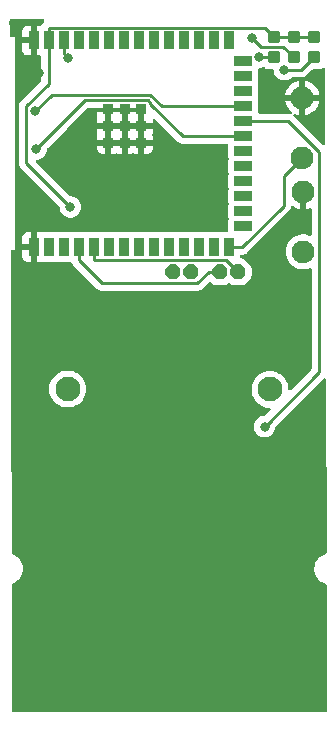
<source format=gbl>
G04 #@! TF.GenerationSoftware,KiCad,Pcbnew,8.0.1*
G04 #@! TF.CreationDate,2024-05-20T02:42:40-05:00*
G04 #@! TF.ProjectId,dsi_esp,6473695f-6573-4702-9e6b-696361645f70,1.0*
G04 #@! TF.SameCoordinates,Original*
G04 #@! TF.FileFunction,Copper,L2,Bot*
G04 #@! TF.FilePolarity,Positive*
%FSLAX46Y46*%
G04 Gerber Fmt 4.6, Leading zero omitted, Abs format (unit mm)*
G04 Created by KiCad (PCBNEW 8.0.1) date 2024-05-20 02:42:40*
%MOMM*%
%LPD*%
G01*
G04 APERTURE LIST*
G04 Aperture macros list*
%AMRoundRect*
0 Rectangle with rounded corners*
0 $1 Rounding radius*
0 $2 $3 $4 $5 $6 $7 $8 $9 X,Y pos of 4 corners*
0 Add a 4 corners polygon primitive as box body*
4,1,4,$2,$3,$4,$5,$6,$7,$8,$9,$2,$3,0*
0 Add four circle primitives for the rounded corners*
1,1,$1+$1,$2,$3*
1,1,$1+$1,$4,$5*
1,1,$1+$1,$6,$7*
1,1,$1+$1,$8,$9*
0 Add four rect primitives between the rounded corners*
20,1,$1+$1,$2,$3,$4,$5,0*
20,1,$1+$1,$4,$5,$6,$7,0*
20,1,$1+$1,$6,$7,$8,$9,0*
20,1,$1+$1,$8,$9,$2,$3,0*%
%AMOutline5P*
0 Free polygon, 5 corners , with rotation*
0 The origin of the aperture is its center*
0 number of corners: always 5*
0 $1 to $10 corner X, Y*
0 $11 Rotation angle, in degrees counterclockwise*
0 create outline with 5 corners*
4,1,5,$1,$2,$3,$4,$5,$6,$7,$8,$9,$10,$1,$2,$11*%
%AMOutline6P*
0 Free polygon, 6 corners , with rotation*
0 The origin of the aperture is its center*
0 number of corners: always 6*
0 $1 to $12 corner X, Y*
0 $13 Rotation angle, in degrees counterclockwise*
0 create outline with 6 corners*
4,1,6,$1,$2,$3,$4,$5,$6,$7,$8,$9,$10,$11,$12,$1,$2,$13*%
%AMOutline7P*
0 Free polygon, 7 corners , with rotation*
0 The origin of the aperture is its center*
0 number of corners: always 7*
0 $1 to $14 corner X, Y*
0 $15 Rotation angle, in degrees counterclockwise*
0 create outline with 7 corners*
4,1,7,$1,$2,$3,$4,$5,$6,$7,$8,$9,$10,$11,$12,$13,$14,$1,$2,$15*%
%AMOutline8P*
0 Free polygon, 8 corners , with rotation*
0 The origin of the aperture is its center*
0 number of corners: always 8*
0 $1 to $16 corner X, Y*
0 $17 Rotation angle, in degrees counterclockwise*
0 create outline with 8 corners*
4,1,8,$1,$2,$3,$4,$5,$6,$7,$8,$9,$10,$11,$12,$13,$14,$15,$16,$1,$2,$17*%
G04 Aperture macros list end*
G04 #@! TA.AperFunction,ComponentPad*
%ADD10Outline8P,-0.635000X0.263026X-0.263026X0.635000X0.263026X0.635000X0.635000X0.263026X0.635000X-0.263026X0.263026X-0.635000X-0.263026X-0.635000X-0.635000X-0.263026X0.000000*%
G04 #@! TD*
G04 #@! TA.AperFunction,ComponentPad*
%ADD11C,1.930400*%
G04 #@! TD*
G04 #@! TA.AperFunction,SMDPad,CuDef*
%ADD12R,0.900000X1.500000*%
G04 #@! TD*
G04 #@! TA.AperFunction,SMDPad,CuDef*
%ADD13R,1.500000X0.900000*%
G04 #@! TD*
G04 #@! TA.AperFunction,SMDPad,CuDef*
%ADD14R,0.900000X0.900000*%
G04 #@! TD*
G04 #@! TA.AperFunction,SMDPad,CuDef*
%ADD15RoundRect,0.150000X0.350000X0.350000X-0.350000X0.350000X-0.350000X-0.350000X0.350000X-0.350000X0*%
G04 #@! TD*
G04 #@! TA.AperFunction,ViaPad*
%ADD16C,0.800000*%
G04 #@! TD*
G04 #@! TA.AperFunction,ViaPad*
%ADD17C,2.100000*%
G04 #@! TD*
G04 #@! TA.AperFunction,Conductor*
%ADD18C,0.250000*%
G04 #@! TD*
G04 APERTURE END LIST*
D10*
X134168000Y-62752900D03*
X135692000Y-62752900D03*
D11*
X141200000Y-61040000D03*
X141200000Y-55960000D03*
D10*
X130168000Y-62752900D03*
X131692000Y-62752900D03*
D11*
X141130000Y-53092900D03*
X141130000Y-48012900D03*
D12*
X118380000Y-43150000D03*
X119650000Y-43150000D03*
X120920000Y-43150000D03*
X122190000Y-43150000D03*
X123460000Y-43150000D03*
X124730000Y-43150000D03*
X126000000Y-43150000D03*
X127270000Y-43150000D03*
X128540000Y-43150000D03*
X129810000Y-43150000D03*
X131080000Y-43150000D03*
X132350000Y-43150000D03*
X133620000Y-43150000D03*
X134890000Y-43150000D03*
D13*
X136140000Y-44915000D03*
X136140000Y-46185000D03*
X136140000Y-47455000D03*
X136140000Y-48725000D03*
X136140000Y-49995000D03*
X136140000Y-51265000D03*
X136140000Y-52535000D03*
X136140000Y-53805000D03*
X136140000Y-55075000D03*
X136140000Y-56345000D03*
X136140000Y-57615000D03*
X136140000Y-58885000D03*
D12*
X134890000Y-60650000D03*
X133620000Y-60650000D03*
X132350000Y-60650000D03*
X131080000Y-60650000D03*
X129810000Y-60650000D03*
X128540000Y-60650000D03*
X127270000Y-60650000D03*
X126000000Y-60650000D03*
X124730000Y-60650000D03*
X123460000Y-60650000D03*
X122190000Y-60650000D03*
X120920000Y-60650000D03*
X119650000Y-60650000D03*
X118380000Y-60650000D03*
D14*
X127500000Y-49000000D03*
X127500000Y-49000000D03*
X126100000Y-49000000D03*
X124700000Y-49000000D03*
X127500000Y-50400000D03*
X126100000Y-50400000D03*
X124700000Y-50400000D03*
X124700000Y-50400000D03*
X127500000Y-51800000D03*
X126100000Y-51800000D03*
X124700000Y-51800000D03*
D15*
X140400000Y-44577000D03*
X140400000Y-42823000D03*
X138700000Y-44577000D03*
X138700000Y-42823000D03*
X142100000Y-44577000D03*
X142100000Y-42823000D03*
D16*
X117379000Y-93217500D03*
X125100000Y-57498300D03*
X141433000Y-93344500D03*
X118868200Y-45879200D03*
D17*
X138400000Y-72700000D03*
X121265000Y-72668900D03*
D16*
X121490000Y-57258500D03*
X118532900Y-49147000D03*
X118616300Y-52331500D03*
X137938700Y-75860000D03*
X121300900Y-44650000D03*
X136888400Y-42947400D03*
X139610800Y-45627000D03*
X137498400Y-44558400D03*
D18*
X138389500Y-72689400D02*
X138400000Y-72700000D01*
X138410000Y-72668900D02*
X138389500Y-72689400D01*
X138368900Y-72668900D02*
X138389500Y-72689400D01*
X133205100Y-62752900D02*
X132242200Y-63715800D01*
X132242200Y-63715800D02*
X124179100Y-63715800D01*
X134168000Y-62752900D02*
X133205100Y-62752900D01*
X122190000Y-60650000D02*
X122190000Y-61726700D01*
X124179100Y-63715800D02*
X122190000Y-61726700D01*
X134665800Y-61726700D02*
X123460000Y-61726700D01*
X135692000Y-62752900D02*
X134665800Y-61726700D01*
X123460000Y-60650000D02*
X123460000Y-61726700D01*
X140400000Y-42823000D02*
X138700000Y-42823000D01*
X119650000Y-46822900D02*
X117768800Y-48704100D01*
X137950300Y-42073300D02*
X119650000Y-42073300D01*
X117768800Y-53537300D02*
X121490000Y-57258500D01*
X119650000Y-43150000D02*
X119650000Y-46822900D01*
X138700000Y-42823000D02*
X137950300Y-42073300D01*
X142100000Y-42823000D02*
X140400000Y-42823000D01*
X119650000Y-43150000D02*
X119650000Y-42073300D01*
X117768800Y-48704100D02*
X117768800Y-53537300D01*
X129225900Y-48725000D02*
X128272500Y-47771600D01*
X128272500Y-47771600D02*
X119908300Y-47771600D01*
X136140000Y-48725000D02*
X129225900Y-48725000D01*
X119908300Y-47771600D02*
X118532900Y-49147000D01*
X128276700Y-48414600D02*
X128276700Y-48502100D01*
X122724500Y-48223300D02*
X128085400Y-48223300D01*
X128276700Y-48502100D02*
X131039600Y-51265000D01*
X128085400Y-48223300D02*
X128276700Y-48414600D01*
X118616300Y-52331500D02*
X122724500Y-48223300D01*
X131039600Y-51265000D02*
X136140000Y-51265000D01*
X142551800Y-52613300D02*
X142551800Y-71246900D01*
X142551800Y-71246900D02*
X137938700Y-75860000D01*
X136140000Y-49995000D02*
X139933500Y-49995000D01*
X139933500Y-49995000D02*
X142551800Y-52613300D01*
X139553300Y-54669600D02*
X141130000Y-53092900D01*
X134890000Y-60650000D02*
X136050100Y-60650000D01*
X136050100Y-60650000D02*
X139553300Y-57146800D01*
X139553300Y-57146800D02*
X139553300Y-54669600D01*
X120920000Y-44269100D02*
X121300900Y-44650000D01*
X120920000Y-43150000D02*
X120920000Y-44269100D01*
X137633700Y-43692700D02*
X139515700Y-43692700D01*
X136888400Y-42947400D02*
X137633700Y-43692700D01*
X139515700Y-43692700D02*
X140400000Y-44577000D01*
X139610800Y-45627000D02*
X141050000Y-45627000D01*
X141050000Y-45627000D02*
X142100000Y-44577000D01*
X138700000Y-44577000D02*
X137517000Y-44577000D01*
X137517000Y-44577000D02*
X137498400Y-44558400D01*
G04 #@! TA.AperFunction,Conductor*
G36*
X119168114Y-41356484D02*
G01*
X119236195Y-41376616D01*
X119282585Y-41430360D01*
X119292555Y-41500653D01*
X119262939Y-41565178D01*
X119247822Y-41579870D01*
X119246168Y-41581227D01*
X119157931Y-41669464D01*
X119157926Y-41669471D01*
X119088599Y-41773225D01*
X119088597Y-41773230D01*
X119068640Y-41821410D01*
X119024092Y-41876691D01*
X118956728Y-41899111D01*
X118938763Y-41898469D01*
X118878600Y-41892000D01*
X118634000Y-41892000D01*
X118634000Y-44408000D01*
X118878585Y-44408000D01*
X118881964Y-44407819D01*
X118882031Y-44409084D01*
X118946843Y-44420744D01*
X118998830Y-44469097D01*
X119016500Y-44533445D01*
X119016500Y-46508305D01*
X118996498Y-46576426D01*
X118979595Y-46597400D01*
X117364967Y-48212029D01*
X117276731Y-48300264D01*
X117276729Y-48300267D01*
X117207400Y-48404025D01*
X117187621Y-48451775D01*
X117159646Y-48519312D01*
X117135300Y-48641703D01*
X117135300Y-48641706D01*
X117135300Y-53474906D01*
X117135300Y-53599694D01*
X117159645Y-53722085D01*
X117207400Y-53837375D01*
X117276729Y-53941133D01*
X117276731Y-53941135D01*
X120542877Y-57207282D01*
X120576903Y-57269594D01*
X120579092Y-57283206D01*
X120596457Y-57448427D01*
X120626526Y-57540970D01*
X120655473Y-57630056D01*
X120655476Y-57630061D01*
X120750958Y-57795441D01*
X120750965Y-57795451D01*
X120878744Y-57937364D01*
X120878747Y-57937366D01*
X121033248Y-58049618D01*
X121207712Y-58127294D01*
X121394513Y-58167000D01*
X121585487Y-58167000D01*
X121772288Y-58127294D01*
X121946752Y-58049618D01*
X122101253Y-57937366D01*
X122229040Y-57795444D01*
X122324527Y-57630056D01*
X122383542Y-57448428D01*
X122403504Y-57258500D01*
X122383542Y-57068572D01*
X122324527Y-56886944D01*
X122229040Y-56721556D01*
X122229038Y-56721554D01*
X122229034Y-56721548D01*
X122101255Y-56579635D01*
X121946752Y-56467382D01*
X121772288Y-56389706D01*
X121585487Y-56350000D01*
X121529595Y-56350000D01*
X121461474Y-56329998D01*
X121440500Y-56313095D01*
X118582500Y-53455095D01*
X118548474Y-53392783D01*
X118553539Y-53321968D01*
X118596086Y-53265132D01*
X118662606Y-53240321D01*
X118671595Y-53240000D01*
X118711787Y-53240000D01*
X118898588Y-53200294D01*
X119073052Y-53122618D01*
X119227553Y-53010366D01*
X119355340Y-52868444D01*
X119450827Y-52703056D01*
X119509842Y-52521428D01*
X119527207Y-52356203D01*
X119554220Y-52290548D01*
X119563413Y-52280289D01*
X119789702Y-52054000D01*
X123742000Y-52054000D01*
X123742000Y-52298597D01*
X123748505Y-52359093D01*
X123799555Y-52495964D01*
X123799555Y-52495965D01*
X123887095Y-52612904D01*
X124004034Y-52700444D01*
X124140906Y-52751494D01*
X124201402Y-52757999D01*
X124201415Y-52758000D01*
X124446000Y-52758000D01*
X124446000Y-52054000D01*
X124954000Y-52054000D01*
X124954000Y-52758000D01*
X125198585Y-52758000D01*
X125198597Y-52757999D01*
X125259092Y-52751494D01*
X125355967Y-52715362D01*
X125426783Y-52710297D01*
X125444033Y-52715362D01*
X125540907Y-52751494D01*
X125601402Y-52757999D01*
X125601415Y-52758000D01*
X125846000Y-52758000D01*
X125846000Y-52054000D01*
X126354000Y-52054000D01*
X126354000Y-52758000D01*
X126598585Y-52758000D01*
X126598597Y-52757999D01*
X126659092Y-52751494D01*
X126755967Y-52715362D01*
X126826783Y-52710297D01*
X126844033Y-52715362D01*
X126940907Y-52751494D01*
X127001402Y-52757999D01*
X127001415Y-52758000D01*
X127246000Y-52758000D01*
X127246000Y-52054000D01*
X127754000Y-52054000D01*
X127754000Y-52758000D01*
X127998585Y-52758000D01*
X127998597Y-52757999D01*
X128059093Y-52751494D01*
X128195964Y-52700444D01*
X128195965Y-52700444D01*
X128312904Y-52612904D01*
X128400444Y-52495965D01*
X128400444Y-52495964D01*
X128451494Y-52359093D01*
X128457999Y-52298597D01*
X128458000Y-52298585D01*
X128458000Y-52054000D01*
X127754000Y-52054000D01*
X127246000Y-52054000D01*
X126354000Y-52054000D01*
X125846000Y-52054000D01*
X124954000Y-52054000D01*
X124446000Y-52054000D01*
X123742000Y-52054000D01*
X119789702Y-52054000D01*
X121189703Y-50654000D01*
X123742000Y-50654000D01*
X123742000Y-50898597D01*
X123748505Y-50959094D01*
X123784637Y-51055968D01*
X123789701Y-51126784D01*
X123784637Y-51144032D01*
X123748505Y-51240905D01*
X123742000Y-51301402D01*
X123742000Y-51546000D01*
X124446000Y-51546000D01*
X124446000Y-50654000D01*
X124954000Y-50654000D01*
X124954000Y-51546000D01*
X125846000Y-51546000D01*
X125846000Y-50654000D01*
X126354000Y-50654000D01*
X126354000Y-51546000D01*
X127246000Y-51546000D01*
X127246000Y-50654000D01*
X127754000Y-50654000D01*
X127754000Y-51546000D01*
X128458000Y-51546000D01*
X128458000Y-51301414D01*
X128457999Y-51301402D01*
X128451494Y-51240907D01*
X128415362Y-51144033D01*
X128410297Y-51073217D01*
X128415362Y-51055967D01*
X128451494Y-50959092D01*
X128457999Y-50898597D01*
X128458000Y-50898585D01*
X128458000Y-50654000D01*
X127754000Y-50654000D01*
X127246000Y-50654000D01*
X126354000Y-50654000D01*
X125846000Y-50654000D01*
X124954000Y-50654000D01*
X124446000Y-50654000D01*
X123742000Y-50654000D01*
X121189703Y-50654000D01*
X122589704Y-49254000D01*
X123742000Y-49254000D01*
X123742000Y-49498597D01*
X123748505Y-49559094D01*
X123784637Y-49655968D01*
X123789701Y-49726784D01*
X123784637Y-49744032D01*
X123748505Y-49840905D01*
X123742000Y-49901402D01*
X123742000Y-50146000D01*
X124446000Y-50146000D01*
X124446000Y-49254000D01*
X124954000Y-49254000D01*
X124954000Y-50146000D01*
X125846000Y-50146000D01*
X125846000Y-49254000D01*
X126354000Y-49254000D01*
X126354000Y-50146000D01*
X127246000Y-50146000D01*
X127246000Y-49254000D01*
X126354000Y-49254000D01*
X125846000Y-49254000D01*
X124954000Y-49254000D01*
X124446000Y-49254000D01*
X123742000Y-49254000D01*
X122589704Y-49254000D01*
X122949999Y-48893705D01*
X123012311Y-48859679D01*
X123039094Y-48856800D01*
X127628000Y-48856800D01*
X127696121Y-48876802D01*
X127742614Y-48930458D01*
X127754000Y-48982800D01*
X127754000Y-50146000D01*
X128458000Y-50146000D01*
X128458000Y-49901414D01*
X128457999Y-49901403D01*
X128457378Y-49895628D01*
X128469978Y-49825759D01*
X128518353Y-49773793D01*
X128587143Y-49756230D01*
X128654508Y-49778646D01*
X128671750Y-49793055D01*
X129372327Y-50493632D01*
X130635767Y-51757072D01*
X130739525Y-51826401D01*
X130816360Y-51858226D01*
X130816362Y-51858228D01*
X130852560Y-51873221D01*
X130854815Y-51874155D01*
X130977206Y-51898500D01*
X130977207Y-51898500D01*
X131101994Y-51898500D01*
X134756049Y-51898500D01*
X134824170Y-51918502D01*
X134870663Y-51972158D01*
X134880510Y-52032926D01*
X134881681Y-52032989D01*
X134881500Y-52036367D01*
X134881500Y-53033649D01*
X134888009Y-53094195D01*
X134888010Y-53094198D01*
X134899860Y-53125970D01*
X134904923Y-53196786D01*
X134899860Y-53214030D01*
X134888010Y-53245801D01*
X134888009Y-53245804D01*
X134881500Y-53306350D01*
X134881500Y-54303649D01*
X134888009Y-54364195D01*
X134888010Y-54364198D01*
X134899860Y-54395970D01*
X134904923Y-54466786D01*
X134899860Y-54484030D01*
X134888010Y-54515801D01*
X134888009Y-54515804D01*
X134881500Y-54576350D01*
X134881500Y-55573649D01*
X134888009Y-55634195D01*
X134888010Y-55634198D01*
X134888010Y-55634200D01*
X134888011Y-55634201D01*
X134899858Y-55665964D01*
X134899860Y-55665970D01*
X134904923Y-55736786D01*
X134899860Y-55754030D01*
X134888010Y-55785801D01*
X134888009Y-55785804D01*
X134881500Y-55846350D01*
X134881500Y-56843649D01*
X134888009Y-56904195D01*
X134888010Y-56904198D01*
X134899860Y-56935970D01*
X134904923Y-57006786D01*
X134899860Y-57024030D01*
X134888010Y-57055801D01*
X134888009Y-57055804D01*
X134881500Y-57116350D01*
X134881500Y-58113649D01*
X134888009Y-58174195D01*
X134888010Y-58174198D01*
X134899860Y-58205970D01*
X134904923Y-58276786D01*
X134899860Y-58294030D01*
X134888010Y-58325801D01*
X134888009Y-58325804D01*
X134881500Y-58386350D01*
X134881500Y-59265500D01*
X134861498Y-59333621D01*
X134807842Y-59380114D01*
X134755500Y-59391500D01*
X134391350Y-59391500D01*
X134330804Y-59398009D01*
X134330801Y-59398010D01*
X134299030Y-59409860D01*
X134228214Y-59414923D01*
X134210970Y-59409860D01*
X134179198Y-59398010D01*
X134179195Y-59398009D01*
X134118649Y-59391500D01*
X134118638Y-59391500D01*
X133121362Y-59391500D01*
X133121350Y-59391500D01*
X133060804Y-59398009D01*
X133060801Y-59398010D01*
X133029030Y-59409860D01*
X132958214Y-59414923D01*
X132940970Y-59409860D01*
X132909198Y-59398010D01*
X132909195Y-59398009D01*
X132848649Y-59391500D01*
X132848638Y-59391500D01*
X131851362Y-59391500D01*
X131851350Y-59391500D01*
X131790804Y-59398009D01*
X131790801Y-59398010D01*
X131759030Y-59409860D01*
X131688214Y-59414923D01*
X131670970Y-59409860D01*
X131639198Y-59398010D01*
X131639195Y-59398009D01*
X131578649Y-59391500D01*
X131578638Y-59391500D01*
X130581362Y-59391500D01*
X130581350Y-59391500D01*
X130520804Y-59398009D01*
X130520801Y-59398010D01*
X130489030Y-59409860D01*
X130418214Y-59414923D01*
X130400970Y-59409860D01*
X130369198Y-59398010D01*
X130369195Y-59398009D01*
X130308649Y-59391500D01*
X130308638Y-59391500D01*
X129311362Y-59391500D01*
X129311350Y-59391500D01*
X129250804Y-59398009D01*
X129250801Y-59398010D01*
X129219030Y-59409860D01*
X129148214Y-59414923D01*
X129130970Y-59409860D01*
X129099198Y-59398010D01*
X129099195Y-59398009D01*
X129038649Y-59391500D01*
X129038638Y-59391500D01*
X128041362Y-59391500D01*
X128041350Y-59391500D01*
X127980804Y-59398009D01*
X127980801Y-59398010D01*
X127949030Y-59409860D01*
X127878214Y-59414923D01*
X127860970Y-59409860D01*
X127829198Y-59398010D01*
X127829195Y-59398009D01*
X127768649Y-59391500D01*
X127768638Y-59391500D01*
X126771362Y-59391500D01*
X126771350Y-59391500D01*
X126710804Y-59398009D01*
X126710801Y-59398010D01*
X126679030Y-59409860D01*
X126608214Y-59414923D01*
X126590970Y-59409860D01*
X126559198Y-59398010D01*
X126559195Y-59398009D01*
X126498649Y-59391500D01*
X126498638Y-59391500D01*
X125501362Y-59391500D01*
X125501350Y-59391500D01*
X125440804Y-59398009D01*
X125440801Y-59398010D01*
X125409030Y-59409860D01*
X125338214Y-59414923D01*
X125320970Y-59409860D01*
X125289198Y-59398010D01*
X125289195Y-59398009D01*
X125228649Y-59391500D01*
X125228638Y-59391500D01*
X124231362Y-59391500D01*
X124231350Y-59391500D01*
X124170804Y-59398009D01*
X124170801Y-59398010D01*
X124139030Y-59409860D01*
X124068214Y-59414923D01*
X124050970Y-59409860D01*
X124019198Y-59398010D01*
X124019195Y-59398009D01*
X123958649Y-59391500D01*
X123958638Y-59391500D01*
X122961362Y-59391500D01*
X122961350Y-59391500D01*
X122900804Y-59398009D01*
X122900801Y-59398010D01*
X122869030Y-59409860D01*
X122798214Y-59414923D01*
X122780970Y-59409860D01*
X122749198Y-59398010D01*
X122749195Y-59398009D01*
X122688649Y-59391500D01*
X122688638Y-59391500D01*
X121691362Y-59391500D01*
X121691350Y-59391500D01*
X121630804Y-59398009D01*
X121630801Y-59398010D01*
X121599030Y-59409860D01*
X121528214Y-59414923D01*
X121510970Y-59409860D01*
X121479198Y-59398010D01*
X121479195Y-59398009D01*
X121418649Y-59391500D01*
X121418638Y-59391500D01*
X120421362Y-59391500D01*
X120421350Y-59391500D01*
X120360804Y-59398009D01*
X120360801Y-59398010D01*
X120329030Y-59409860D01*
X120258214Y-59414923D01*
X120240970Y-59409860D01*
X120209198Y-59398010D01*
X120209195Y-59398009D01*
X120148649Y-59391500D01*
X120148638Y-59391500D01*
X119151362Y-59391500D01*
X119151350Y-59391500D01*
X119090804Y-59398009D01*
X119090801Y-59398010D01*
X119058314Y-59410127D01*
X118987498Y-59415190D01*
X118970254Y-59410126D01*
X118939098Y-59398506D01*
X118939096Y-59398505D01*
X118878597Y-59392000D01*
X118634000Y-59392000D01*
X118634000Y-61908000D01*
X118878585Y-61908000D01*
X118878597Y-61907999D01*
X118939093Y-61901494D01*
X118939096Y-61901493D01*
X118970247Y-61889874D01*
X119041063Y-61884807D01*
X119058309Y-61889870D01*
X119090799Y-61901989D01*
X119090801Y-61901989D01*
X119090803Y-61901990D01*
X119151350Y-61908499D01*
X119151355Y-61908499D01*
X119151362Y-61908500D01*
X119151368Y-61908500D01*
X120148632Y-61908500D01*
X120148638Y-61908500D01*
X120148645Y-61908499D01*
X120148649Y-61908499D01*
X120209196Y-61901990D01*
X120209197Y-61901989D01*
X120209201Y-61901989D01*
X120240966Y-61890140D01*
X120311779Y-61885074D01*
X120329025Y-61890137D01*
X120360799Y-61901989D01*
X120360801Y-61901989D01*
X120360803Y-61901990D01*
X120421350Y-61908499D01*
X120421355Y-61908499D01*
X120421362Y-61908500D01*
X120421368Y-61908500D01*
X121418632Y-61908500D01*
X121418638Y-61908500D01*
X121478965Y-61902014D01*
X121548832Y-61914619D01*
X121600794Y-61962997D01*
X121608838Y-61979067D01*
X121628600Y-62026775D01*
X121697929Y-62130533D01*
X123775267Y-64207871D01*
X123879025Y-64277200D01*
X123994315Y-64324955D01*
X124116706Y-64349300D01*
X124116707Y-64349300D01*
X132304593Y-64349300D01*
X132304594Y-64349300D01*
X132426985Y-64324955D01*
X132542275Y-64277200D01*
X132646033Y-64207871D01*
X133236832Y-63617071D01*
X133299141Y-63583049D01*
X133369956Y-63588113D01*
X133415019Y-63617074D01*
X133574838Y-63776893D01*
X133574844Y-63776898D01*
X133574848Y-63776902D01*
X133574856Y-63776908D01*
X133574857Y-63776909D01*
X133642834Y-63829715D01*
X133728022Y-63865000D01*
X133777926Y-63885671D01*
X133863344Y-63896400D01*
X134472655Y-63896401D01*
X134558075Y-63885671D01*
X134693167Y-63829714D01*
X134761155Y-63776899D01*
X134840907Y-63697146D01*
X134903215Y-63663124D01*
X134974031Y-63668188D01*
X135019094Y-63697149D01*
X135098838Y-63776893D01*
X135098844Y-63776898D01*
X135098848Y-63776902D01*
X135098856Y-63776908D01*
X135098857Y-63776909D01*
X135166834Y-63829715D01*
X135252022Y-63865000D01*
X135301926Y-63885671D01*
X135387344Y-63896400D01*
X135996655Y-63896401D01*
X136082075Y-63885671D01*
X136217167Y-63829714D01*
X136285155Y-63776899D01*
X136716002Y-63346052D01*
X136768814Y-63278066D01*
X136768813Y-63278066D01*
X136768815Y-63278065D01*
X136789484Y-63228162D01*
X136824771Y-63142974D01*
X136835500Y-63057556D01*
X136835501Y-62448245D01*
X136824771Y-62362825D01*
X136768814Y-62227733D01*
X136715999Y-62159745D01*
X136285152Y-61728898D01*
X136285142Y-61728890D01*
X136217165Y-61676084D01*
X136082074Y-61620129D01*
X135996656Y-61609400D01*
X135996650Y-61609399D01*
X135996648Y-61609399D01*
X135971485Y-61609399D01*
X135903365Y-61589395D01*
X135856874Y-61535737D01*
X135846211Y-61469930D01*
X135848499Y-61448647D01*
X135848500Y-61448632D01*
X135848500Y-61409500D01*
X135868502Y-61341379D01*
X135922158Y-61294886D01*
X135974500Y-61283500D01*
X136112493Y-61283500D01*
X136112494Y-61283500D01*
X136234885Y-61259155D01*
X136350175Y-61211400D01*
X136453933Y-61142071D01*
X140045371Y-57550633D01*
X140114700Y-57446875D01*
X140162455Y-57331585D01*
X140176411Y-57261419D01*
X140209319Y-57198512D01*
X140271014Y-57163380D01*
X140341908Y-57167180D01*
X140377383Y-57186573D01*
X140391471Y-57197538D01*
X140391474Y-57197541D01*
X140606194Y-57313740D01*
X140606196Y-57313742D01*
X140837106Y-57393013D01*
X140837115Y-57393015D01*
X140945999Y-57411184D01*
X140946000Y-57411184D01*
X140946000Y-56399941D01*
X141003919Y-56433381D01*
X141133120Y-56468000D01*
X141266880Y-56468000D01*
X141396081Y-56433381D01*
X141454000Y-56399941D01*
X141454000Y-57411184D01*
X141562884Y-57393015D01*
X141562893Y-57393013D01*
X141751388Y-57328303D01*
X141822312Y-57325103D01*
X141883708Y-57360755D01*
X141916082Y-57423940D01*
X141918300Y-57447476D01*
X141918300Y-59551994D01*
X141898298Y-59620115D01*
X141844642Y-59666608D01*
X141774368Y-59676712D01*
X141751388Y-59671167D01*
X141563016Y-59606499D01*
X141563007Y-59606497D01*
X141515106Y-59598504D01*
X141322114Y-59566300D01*
X141077886Y-59566300D01*
X140917098Y-59593130D01*
X140836992Y-59606497D01*
X140836983Y-59606499D01*
X140605996Y-59685797D01*
X140391197Y-59802040D01*
X140198462Y-59952053D01*
X140033063Y-60131725D01*
X139899474Y-60336197D01*
X139801374Y-60559841D01*
X139801370Y-60559853D01*
X139741418Y-60796598D01*
X139741417Y-60796604D01*
X139741417Y-60796606D01*
X139721249Y-61040000D01*
X139739408Y-61259153D01*
X139741418Y-61283401D01*
X139801370Y-61520146D01*
X139801374Y-61520158D01*
X139899474Y-61743802D01*
X139899477Y-61743808D01*
X140033058Y-61948268D01*
X140033061Y-61948272D01*
X140033063Y-61948274D01*
X140198462Y-62127946D01*
X140198467Y-62127950D01*
X140198469Y-62127952D01*
X140391200Y-62277961D01*
X140605992Y-62394201D01*
X140836988Y-62473502D01*
X141077886Y-62513700D01*
X141077890Y-62513700D01*
X141322110Y-62513700D01*
X141322114Y-62513700D01*
X141563012Y-62473502D01*
X141751389Y-62408831D01*
X141822312Y-62405632D01*
X141883708Y-62441284D01*
X141916082Y-62504469D01*
X141918300Y-62528005D01*
X141918300Y-70932305D01*
X141898298Y-71000426D01*
X141881395Y-71021400D01*
X140174053Y-72728741D01*
X140111741Y-72762767D01*
X140040925Y-72757702D01*
X139984090Y-72715155D01*
X139959347Y-72649535D01*
X139944072Y-72455443D01*
X139886805Y-72216908D01*
X139792927Y-71990268D01*
X139664752Y-71781104D01*
X139505433Y-71594567D01*
X139318896Y-71435248D01*
X139318894Y-71435246D01*
X139318892Y-71435245D01*
X139196256Y-71360094D01*
X139109732Y-71307073D01*
X138883092Y-71213195D01*
X138644557Y-71155928D01*
X138400000Y-71136681D01*
X138155443Y-71155928D01*
X137916907Y-71213195D01*
X137690266Y-71307074D01*
X137481107Y-71435245D01*
X137294567Y-71594567D01*
X137135245Y-71781107D01*
X137007074Y-71990266D01*
X136926078Y-72185807D01*
X136913195Y-72216908D01*
X136855928Y-72455443D01*
X136836681Y-72700000D01*
X136855928Y-72944557D01*
X136913195Y-73183092D01*
X137007073Y-73409732D01*
X137007074Y-73409733D01*
X137135245Y-73618892D01*
X137135246Y-73618894D01*
X137135248Y-73618896D01*
X137294567Y-73805433D01*
X137481104Y-73964752D01*
X137690268Y-74092927D01*
X137916908Y-74186805D01*
X138155443Y-74244072D01*
X138349534Y-74259347D01*
X138415872Y-74284631D01*
X138458012Y-74341769D01*
X138462571Y-74412619D01*
X138428741Y-74474053D01*
X137988201Y-74914595D01*
X137925889Y-74948620D01*
X137899105Y-74951500D01*
X137843213Y-74951500D01*
X137656411Y-74991206D01*
X137481947Y-75068882D01*
X137327444Y-75181135D01*
X137199665Y-75323048D01*
X137199658Y-75323058D01*
X137104176Y-75488438D01*
X137104173Y-75488445D01*
X137045157Y-75670072D01*
X137025196Y-75860000D01*
X137045157Y-76049927D01*
X137075226Y-76142470D01*
X137104173Y-76231556D01*
X137104176Y-76231561D01*
X137199658Y-76396941D01*
X137199665Y-76396951D01*
X137327444Y-76538864D01*
X137327447Y-76538866D01*
X137481948Y-76651118D01*
X137656412Y-76728794D01*
X137843213Y-76768500D01*
X138034187Y-76768500D01*
X138220988Y-76728794D01*
X138395452Y-76651118D01*
X138549953Y-76538866D01*
X138677740Y-76396944D01*
X138773227Y-76231556D01*
X138832242Y-76049928D01*
X138849607Y-75884703D01*
X138876620Y-75819048D01*
X138885813Y-75808789D01*
X142912653Y-71781952D01*
X142974965Y-71747926D01*
X143045781Y-71752991D01*
X143102616Y-71795538D01*
X143127427Y-71862058D01*
X143127747Y-71870563D01*
X143184050Y-86513997D01*
X143164310Y-86582194D01*
X143110834Y-86628893D01*
X143098218Y-86633907D01*
X142953227Y-86682671D01*
X142758653Y-86786609D01*
X142758647Y-86786613D01*
X142583935Y-86921312D01*
X142433914Y-87083052D01*
X142433908Y-87083059D01*
X142312712Y-87267379D01*
X142223667Y-87469224D01*
X142169239Y-87683007D01*
X142169238Y-87683011D01*
X142150923Y-87902850D01*
X142150923Y-87902855D01*
X142162361Y-88040258D01*
X142169224Y-88122704D01*
X142223638Y-88336491D01*
X142223640Y-88336496D01*
X142312666Y-88538335D01*
X142433856Y-88722673D01*
X142583869Y-88884426D01*
X142758565Y-89019134D01*
X142758568Y-89019135D01*
X142758570Y-89019137D01*
X142953147Y-89123093D01*
X143108915Y-89175494D01*
X143167103Y-89216172D01*
X143194062Y-89281852D01*
X143194740Y-89294434D01*
X143235513Y-99898215D01*
X143215773Y-99966412D01*
X143162297Y-100013111D01*
X143109514Y-100024699D01*
X116691574Y-100024699D01*
X116623453Y-100004697D01*
X116576960Y-99951041D01*
X116565575Y-99899124D01*
X116565572Y-99898215D01*
X116529544Y-89215888D01*
X116549315Y-89147705D01*
X116602813Y-89101032D01*
X116616165Y-89095779D01*
X116708786Y-89065319D01*
X116899190Y-88965036D01*
X117070272Y-88834492D01*
X117217269Y-88677322D01*
X117336090Y-88497900D01*
X117423427Y-88301220D01*
X117476850Y-88092757D01*
X117494870Y-87878313D01*
X117476987Y-87663858D01*
X117423698Y-87455361D01*
X117336487Y-87258626D01*
X117247030Y-87123354D01*
X117217788Y-87079135D01*
X117217785Y-87079132D01*
X117217782Y-87079127D01*
X117070885Y-86921863D01*
X116986569Y-86857440D01*
X116899884Y-86791206D01*
X116709543Y-86690802D01*
X116607067Y-86657026D01*
X116548631Y-86616706D01*
X116521271Y-86551193D01*
X116520511Y-86537806D01*
X116473736Y-72668900D01*
X119701681Y-72668900D01*
X119720928Y-72913457D01*
X119778195Y-73151992D01*
X119872073Y-73378632D01*
X119872074Y-73378633D01*
X120000245Y-73587792D01*
X120000246Y-73587794D01*
X120000248Y-73587796D01*
X120159567Y-73774333D01*
X120346104Y-73933652D01*
X120555268Y-74061827D01*
X120781908Y-74155705D01*
X121020443Y-74212972D01*
X121265000Y-74232219D01*
X121509557Y-74212972D01*
X121748092Y-74155705D01*
X121974732Y-74061827D01*
X122183896Y-73933652D01*
X122370433Y-73774333D01*
X122529752Y-73587796D01*
X122657927Y-73378632D01*
X122751805Y-73151992D01*
X122809072Y-72913457D01*
X122828319Y-72668900D01*
X122809072Y-72424343D01*
X122751805Y-72185808D01*
X122657927Y-71959168D01*
X122548810Y-71781104D01*
X122529754Y-71750007D01*
X122529753Y-71750006D01*
X122529752Y-71750004D01*
X122370433Y-71563467D01*
X122183896Y-71404148D01*
X122183894Y-71404146D01*
X122183892Y-71404145D01*
X122061256Y-71328994D01*
X121974732Y-71275973D01*
X121748092Y-71182095D01*
X121509557Y-71124828D01*
X121265000Y-71105581D01*
X121020443Y-71124828D01*
X120781907Y-71182095D01*
X120555266Y-71275974D01*
X120346107Y-71404145D01*
X120159567Y-71563467D01*
X120000245Y-71750007D01*
X119872074Y-71959166D01*
X119778195Y-72185807D01*
X119720928Y-72424343D01*
X119701681Y-72668900D01*
X116473736Y-72668900D01*
X116464399Y-69900299D01*
X116425919Y-61026545D01*
X116445626Y-60958340D01*
X116499079Y-60911614D01*
X116533720Y-60904000D01*
X117422000Y-60904000D01*
X117422000Y-61448597D01*
X117428505Y-61509093D01*
X117479555Y-61645964D01*
X117479555Y-61645965D01*
X117567095Y-61762904D01*
X117684034Y-61850444D01*
X117820906Y-61901494D01*
X117881402Y-61907999D01*
X117881415Y-61908000D01*
X118126000Y-61908000D01*
X118126000Y-60904000D01*
X117422000Y-60904000D01*
X116533720Y-60904000D01*
X116551918Y-60900000D01*
X116840000Y-60900000D01*
X116840000Y-60396000D01*
X117422000Y-60396000D01*
X118126000Y-60396000D01*
X118126000Y-59392000D01*
X117881402Y-59392000D01*
X117820906Y-59398505D01*
X117684035Y-59449555D01*
X117684034Y-59449555D01*
X117567095Y-59537095D01*
X117479555Y-59654034D01*
X117479555Y-59654035D01*
X117428505Y-59790906D01*
X117422000Y-59851402D01*
X117422000Y-60396000D01*
X116840000Y-60396000D01*
X116840000Y-43404000D01*
X117422000Y-43404000D01*
X117422000Y-43948597D01*
X117428505Y-44009093D01*
X117479555Y-44145964D01*
X117479555Y-44145965D01*
X117567095Y-44262904D01*
X117684034Y-44350444D01*
X117820906Y-44401494D01*
X117881402Y-44407999D01*
X117881415Y-44408000D01*
X118126000Y-44408000D01*
X118126000Y-43404000D01*
X117422000Y-43404000D01*
X116840000Y-43404000D01*
X116840000Y-42900000D01*
X116472771Y-42900000D01*
X116459148Y-42896000D01*
X117422000Y-42896000D01*
X118126000Y-42896000D01*
X118126000Y-41892000D01*
X117881402Y-41892000D01*
X117820906Y-41898505D01*
X117684035Y-41949555D01*
X117684034Y-41949555D01*
X117567095Y-42037095D01*
X117479555Y-42154034D01*
X117479555Y-42154035D01*
X117428505Y-42290906D01*
X117422000Y-42351402D01*
X117422000Y-42896000D01*
X116459148Y-42896000D01*
X116404650Y-42879998D01*
X116358157Y-42826342D01*
X116346772Y-42774546D01*
X116344081Y-42154034D01*
X116341148Y-41477883D01*
X116360855Y-41409680D01*
X116414308Y-41362954D01*
X116467384Y-41351340D01*
X119168114Y-41356484D01*
G37*
G04 #@! TD.AperFunction*
G04 #@! TA.AperFunction,Conductor*
G36*
X137931893Y-45440495D02*
G01*
X137937577Y-45445838D01*
X137943189Y-45451450D01*
X137943196Y-45451455D01*
X138086394Y-45536143D01*
X138086397Y-45536143D01*
X138086399Y-45536145D01*
X138246169Y-45582562D01*
X138283488Y-45585499D01*
X138283489Y-45585500D01*
X138283498Y-45585500D01*
X138579483Y-45585500D01*
X138647604Y-45605502D01*
X138694097Y-45659158D01*
X138704793Y-45698330D01*
X138717257Y-45816927D01*
X138747326Y-45909470D01*
X138776273Y-45998556D01*
X138776276Y-45998561D01*
X138871758Y-46163941D01*
X138871765Y-46163951D01*
X138999544Y-46305864D01*
X138999547Y-46305866D01*
X139154048Y-46418118D01*
X139328512Y-46495794D01*
X139515313Y-46535500D01*
X139706287Y-46535500D01*
X139893088Y-46495794D01*
X140067552Y-46418118D01*
X140222053Y-46305866D01*
X140225363Y-46302190D01*
X140285809Y-46264950D01*
X140319000Y-46260500D01*
X141112393Y-46260500D01*
X141112394Y-46260500D01*
X141234785Y-46236155D01*
X141350075Y-46188400D01*
X141453833Y-46119071D01*
X141950499Y-45622405D01*
X142012811Y-45588379D01*
X142039594Y-45585500D01*
X142516511Y-45585500D01*
X142516511Y-45585499D01*
X142553831Y-45582562D01*
X142713601Y-45536145D01*
X142836491Y-45463467D01*
X142905306Y-45446008D01*
X142972638Y-45468524D01*
X143017107Y-45523869D01*
X143026629Y-45571437D01*
X143051009Y-51911932D01*
X143031269Y-51980129D01*
X142977793Y-52026828D01*
X142907558Y-52037202D01*
X142842864Y-52007957D01*
X142835915Y-52001511D01*
X140410947Y-49576543D01*
X140376921Y-49514231D01*
X140381986Y-49443416D01*
X140424533Y-49386580D01*
X140491053Y-49361769D01*
X140540954Y-49368275D01*
X140767106Y-49445913D01*
X140767115Y-49445915D01*
X140875999Y-49464084D01*
X140876000Y-49464084D01*
X140876000Y-48452841D01*
X140933919Y-48486281D01*
X141063120Y-48520900D01*
X141196880Y-48520900D01*
X141326081Y-48486281D01*
X141384000Y-48452841D01*
X141384000Y-49464084D01*
X141492884Y-49445915D01*
X141492893Y-49445913D01*
X141723803Y-49366642D01*
X141723805Y-49366640D01*
X141938525Y-49250441D01*
X141938526Y-49250440D01*
X142131185Y-49100487D01*
X142131196Y-49100477D01*
X142296546Y-48920859D01*
X142430081Y-48716468D01*
X142528151Y-48492890D01*
X142528153Y-48492886D01*
X142585381Y-48266900D01*
X141569942Y-48266900D01*
X141603381Y-48208981D01*
X141638000Y-48079780D01*
X141638000Y-47946020D01*
X141603381Y-47816819D01*
X141569942Y-47758900D01*
X142585381Y-47758900D01*
X142585381Y-47758899D01*
X142528153Y-47532913D01*
X142528151Y-47532909D01*
X142430081Y-47309331D01*
X142296546Y-47104940D01*
X142131196Y-46925322D01*
X142131185Y-46925312D01*
X141938526Y-46775359D01*
X141938525Y-46775358D01*
X141723805Y-46659159D01*
X141723803Y-46659157D01*
X141492889Y-46579885D01*
X141492878Y-46579882D01*
X141384000Y-46561713D01*
X141384000Y-47572958D01*
X141326081Y-47539519D01*
X141196880Y-47504900D01*
X141063120Y-47504900D01*
X140933919Y-47539519D01*
X140876000Y-47572958D01*
X140876000Y-46561713D01*
X140875999Y-46561713D01*
X140767121Y-46579882D01*
X140767110Y-46579885D01*
X140536196Y-46659157D01*
X140536194Y-46659159D01*
X140321474Y-46775358D01*
X140321473Y-46775359D01*
X140128814Y-46925312D01*
X140128803Y-46925322D01*
X139963453Y-47104940D01*
X139829918Y-47309331D01*
X139731848Y-47532909D01*
X139731846Y-47532913D01*
X139674618Y-47758899D01*
X139674619Y-47758900D01*
X140690058Y-47758900D01*
X140656619Y-47816819D01*
X140622000Y-47946020D01*
X140622000Y-48079780D01*
X140656619Y-48208981D01*
X140690058Y-48266900D01*
X139674619Y-48266900D01*
X139731846Y-48492886D01*
X139731848Y-48492890D01*
X139829918Y-48716468D01*
X139963453Y-48920859D01*
X140128803Y-49100477D01*
X140128814Y-49100487D01*
X140205024Y-49159804D01*
X140246495Y-49217430D01*
X140250229Y-49288328D01*
X140215039Y-49349990D01*
X140152098Y-49382838D01*
X140103052Y-49382815D01*
X140064826Y-49375211D01*
X139995896Y-49361500D01*
X139995894Y-49361500D01*
X137523951Y-49361500D01*
X137455830Y-49341498D01*
X137409337Y-49287842D01*
X137399489Y-49227073D01*
X137398319Y-49227011D01*
X137398500Y-49223632D01*
X137398500Y-48226367D01*
X137398499Y-48226350D01*
X137391990Y-48165803D01*
X137391989Y-48165801D01*
X137391989Y-48165799D01*
X137380140Y-48134033D01*
X137375074Y-48063221D01*
X137380137Y-48045974D01*
X137391989Y-48014201D01*
X137398138Y-47957011D01*
X137398499Y-47953649D01*
X137398500Y-47953632D01*
X137398500Y-46956367D01*
X137398499Y-46956350D01*
X137391990Y-46895803D01*
X137391989Y-46895801D01*
X137391989Y-46895799D01*
X137380140Y-46864033D01*
X137375074Y-46793221D01*
X137380137Y-46775974D01*
X137391989Y-46744201D01*
X137398500Y-46683638D01*
X137398500Y-45686362D01*
X137398499Y-45686350D01*
X137391990Y-45625805D01*
X137391063Y-45621882D01*
X137391231Y-45618743D01*
X137391147Y-45617961D01*
X137391273Y-45617947D01*
X137394860Y-45550987D01*
X137436384Y-45493399D01*
X137502449Y-45467402D01*
X137513685Y-45466900D01*
X137593887Y-45466900D01*
X137780688Y-45427194D01*
X137797233Y-45419827D01*
X137867595Y-45410391D01*
X137931893Y-45440495D01*
G37*
G04 #@! TD.AperFunction*
M02*

</source>
